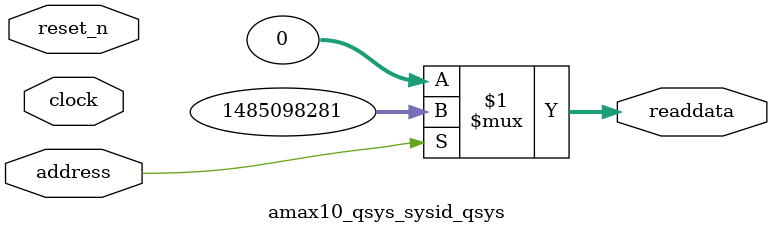
<source format=v>



// synthesis translate_off
`timescale 1ns / 1ps
// synthesis translate_on

// turn off superfluous verilog processor warnings 
// altera message_level Level1 
// altera message_off 10034 10035 10036 10037 10230 10240 10030 

module amax10_qsys_sysid_qsys (
               // inputs:
                address,
                clock,
                reset_n,

               // outputs:
                readdata
             )
;

  output  [ 31: 0] readdata;
  input            address;
  input            clock;
  input            reset_n;

  wire    [ 31: 0] readdata;
  //control_slave, which is an e_avalon_slave
  assign readdata = address ? 1485098281 : 0;

endmodule




</source>
